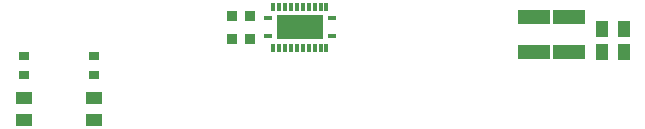
<source format=gtp>
%FSLAX23Y23*%
%MOIN*%
%SFA1B1*%

%IPPOS*%
%AMD15*
4,1,8,-0.012700,-0.005500,0.012700,-0.005500,0.013800,-0.004400,0.013800,0.004400,0.012700,0.005500,-0.012700,0.005500,-0.013800,0.004400,-0.013800,-0.004400,-0.012700,-0.005500,0.0*
1,1,0.002200,-0.012700,-0.004400*
1,1,0.002200,0.012700,-0.004400*
1,1,0.002200,0.012700,0.004400*
1,1,0.002200,-0.012700,0.004400*
%
%AMD16*
4,1,8,-0.005500,0.012700,-0.005500,-0.012700,-0.004400,-0.013800,0.004400,-0.013800,0.005500,-0.012700,0.005500,0.012700,0.004400,0.013800,-0.004400,0.013800,-0.005500,0.012700,0.0*
1,1,0.002200,-0.004400,0.012700*
1,1,0.002200,-0.004400,-0.012700*
1,1,0.002200,0.004400,-0.012700*
1,1,0.002200,0.004400,0.012700*
%
%ADD14R,0.157480X0.082680*%
G04~CAMADD=15~8~0.0~0.0~275.6~110.2~11.0~0.0~15~0.0~0.0~0.0~0.0~0~0.0~0.0~0.0~0.0~0~0.0~0.0~0.0~180.0~276.0~110.0*
%ADD15D15*%
G04~CAMADD=16~8~0.0~0.0~275.6~110.2~11.0~0.0~15~0.0~0.0~0.0~0.0~0~0.0~0.0~0.0~0.0~0~0.0~0.0~0.0~90.0~110.0~276.0*
%ADD16D16*%
%ADD17R,0.040000X0.055000*%
%ADD18R,0.040000X0.056000*%
%ADD19R,0.105000X0.045000*%
%ADD20R,0.055120X0.038390*%
%ADD21R,0.037400X0.031500*%
%ADD22R,0.035000X0.032280*%
%LNbenchy-relays-pcb-1*%
%LPD*%
G54D14*
X2795Y594D03*
G54D15*
X2687Y624D03*
X2903D03*
Y564D03*
X2687D03*
G54D16*
X2706Y663D03*
X2726D03*
X2746D03*
X2765D03*
X2785D03*
X2805D03*
X2824D03*
X2844D03*
X2864D03*
X2883D03*
Y525D03*
X2864D03*
X2844D03*
X2824D03*
X2805D03*
X2785D03*
X2765D03*
X2746D03*
X2726D03*
X2706D03*
G54D17*
X3802Y590D03*
X3874D03*
G54D18*
X3801Y511D03*
X3875D03*
G54D19*
X3574Y628D03*
Y512D03*
X3692Y628D03*
Y512D03*
G54D20*
X2110Y285D03*
Y359D03*
X1874Y285D03*
Y359D03*
G54D21*
X2110Y436D03*
Y500D03*
X1874Y436D03*
Y500D03*
G54D22*
X2567Y633D03*
X2628D03*
X2567Y555D03*
X2628D03*
M02*
</source>
